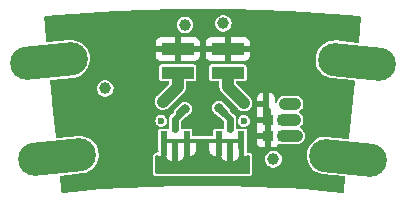
<source format=gbr>
%TF.GenerationSoftware,KiCad,Pcbnew,8.0.2-1*%
%TF.CreationDate,2024-08-19T11:26:23+02:00*%
%TF.ProjectId,PUMA_PCB_REV2,50554d41-5f50-4434-925f-524556322e6b,rev?*%
%TF.SameCoordinates,Original*%
%TF.FileFunction,Copper,L1,Top*%
%TF.FilePolarity,Positive*%
%FSLAX46Y46*%
G04 Gerber Fmt 4.6, Leading zero omitted, Abs format (unit mm)*
G04 Created by KiCad (PCBNEW 8.0.2-1) date 2024-08-19 11:26:23*
%MOMM*%
%LPD*%
G01*
G04 APERTURE LIST*
G04 Aperture macros list*
%AMHorizOval*
0 Thick line with rounded ends*
0 $1 width*
0 $2 $3 position (X,Y) of the first rounded end (center of the circle)*
0 $4 $5 position (X,Y) of the second rounded end (center of the circle)*
0 Add line between two ends*
20,1,$1,$2,$3,$4,$5,0*
0 Add two circle primitives to create the rounded ends*
1,1,$1,$2,$3*
1,1,$1,$4,$5*%
G04 Aperture macros list end*
%TA.AperFunction,ComponentPad*%
%ADD10HorizOval,2.800000X1.890802X0.186728X-1.890802X-0.186728X0*%
%TD*%
%TA.AperFunction,SMDPad,CuDef*%
%ADD11R,0.850000X0.940000*%
%TD*%
%TA.AperFunction,ComponentPad*%
%ADD12HorizOval,2.800000X1.890802X-0.186728X-1.890802X0.186728X0*%
%TD*%
%TA.AperFunction,SMDPad,CuDef*%
%ADD13R,0.540000X0.940000*%
%TD*%
%TA.AperFunction,SMDPad,CuDef*%
%ADD14R,0.600000X0.550000*%
%TD*%
%TA.AperFunction,SMDPad,CuDef*%
%ADD15R,0.580000X1.580000*%
%TD*%
%TA.AperFunction,SMDPad,CuDef*%
%ADD16R,0.500000X0.500000*%
%TD*%
%TA.AperFunction,SMDPad,CuDef*%
%ADD17R,2.750000X1.000000*%
%TD*%
%TA.AperFunction,ViaPad*%
%ADD18C,1.000000*%
%TD*%
%TA.AperFunction,ViaPad*%
%ADD19C,0.600000*%
%TD*%
%TA.AperFunction,ViaPad*%
%ADD20C,0.800000*%
%TD*%
%TA.AperFunction,Conductor*%
%ADD21C,1.000000*%
%TD*%
%TA.AperFunction,Conductor*%
%ADD22C,0.600000*%
%TD*%
G04 APERTURE END LIST*
D10*
%TO.P,H1,1*%
%TO.N,N/C*%
X86952580Y-87434452D03*
%TD*%
D11*
%TO.P,C2,2,2*%
%TO.N,HV+*%
X105511307Y-92423625D03*
%TO.P,C2,1,1*%
%TO.N,GND*%
X106811307Y-92423625D03*
%TD*%
%TO.P,C3,2,2*%
%TO.N,HV+*%
X105511307Y-93763756D03*
%TO.P,C3,1,1*%
%TO.N,GND*%
X106811307Y-93763756D03*
%TD*%
D10*
%TO.P,H2,1*%
%TO.N,N/C*%
X87710893Y-95553914D03*
%TD*%
D12*
%TO.P,H3,*%
%TO.N,*%
X113052869Y-87485539D03*
%TD*%
D13*
%TO.P,C1,2,2*%
%TO.N,HV+*%
X105361307Y-91070020D03*
%TO.P,C1,1,1*%
%TO.N,GND*%
X106961307Y-91070020D03*
%TD*%
D14*
%TO.P,J2,1,SIGNAL*%
%TO.N,Net-(J2-SIGNAL)*%
X102330810Y-93182298D03*
D15*
%TO.P,J2,2,GND_1*%
%TO.N,GND*%
X101370810Y-94157298D03*
D16*
%TO.P,J2,3,GND_2*%
X102330810Y-95157298D03*
D15*
%TO.P,J2,4,GND_3*%
X103290810Y-94157298D03*
%TD*%
D17*
%TO.P,J1,1,1*%
%TO.N,HV+*%
X97894149Y-86426877D03*
%TO.P,J1,2,2*%
X102144149Y-86426877D03*
%TO.P,J1,3,3*%
%TO.N,GND*%
X97894149Y-88426877D03*
%TO.P,J1,4,4*%
X102144149Y-88426877D03*
%TD*%
D14*
%TO.P,J3,1,SIGNAL*%
%TO.N,Net-(J3-SIGNAL)*%
X97680004Y-93182298D03*
D15*
%TO.P,J3,2,GND_1*%
%TO.N,GND*%
X96720004Y-94157298D03*
D16*
%TO.P,J3,3,GND_2*%
X97680004Y-95157298D03*
D15*
%TO.P,J3,4,GND_3*%
X98640004Y-94157298D03*
%TD*%
D12*
%TO.P,H4,*%
%TO.N,*%
X112321273Y-95623988D03*
%TD*%
D18*
%TO.N,GND*%
X96638147Y-90864525D03*
X98500000Y-84365929D03*
D19*
X103500000Y-92500000D03*
D18*
X107833548Y-91070020D03*
X106000000Y-95750000D03*
X107833548Y-92423625D03*
X103500000Y-91000000D03*
X107833548Y-93778630D03*
X100500000Y-96000000D03*
D19*
X96500000Y-92500000D03*
D18*
X99000000Y-96000000D03*
X101750000Y-84250000D03*
X91750000Y-89750000D03*
D19*
%TO.N,HV+*%
X93322070Y-84647999D03*
X106628810Y-84404476D03*
D20*
%TO.N,Net-(J2-SIGNAL)*%
X101388400Y-91400879D03*
%TO.N,Net-(J3-SIGNAL)*%
X98500000Y-91500000D03*
%TD*%
D21*
%TO.N,GND*%
X103500000Y-90975045D02*
X102119427Y-89594472D01*
X107959467Y-93775007D02*
X107948216Y-93763756D01*
X107833548Y-91070020D02*
X106961307Y-91070020D01*
X96638147Y-90864525D02*
X97885918Y-89616754D01*
X97885918Y-89616754D02*
X97894149Y-88426877D01*
X102119427Y-89594472D02*
X102144149Y-88426877D01*
X106811307Y-93763756D02*
X107818674Y-93763756D01*
X107833548Y-92423625D02*
X106811307Y-92423625D01*
X103500000Y-91000000D02*
X103500000Y-90975045D01*
D22*
%TO.N,Net-(J2-SIGNAL)*%
X101400879Y-91400879D02*
X102330810Y-92330810D01*
X102330810Y-92330810D02*
X102330810Y-93182298D01*
X101388400Y-91400879D02*
X101400879Y-91400879D01*
%TO.N,Net-(J3-SIGNAL)*%
X97680004Y-93182298D02*
X97680004Y-92319996D01*
X97680004Y-92319996D02*
X98500000Y-91500000D01*
%TD*%
%TA.AperFunction,Conductor*%
%TO.N,HV+*%
G36*
X102443698Y-83009338D02*
G01*
X102444953Y-83009361D01*
X104889903Y-83074831D01*
X104891217Y-83074877D01*
X107334639Y-83184006D01*
X107335835Y-83184069D01*
X109777037Y-83336828D01*
X109778325Y-83336920D01*
X112216427Y-83533255D01*
X112217363Y-83533338D01*
X113361013Y-83643458D01*
X113411019Y-83670047D01*
X113427578Y-83724210D01*
X113427562Y-83724375D01*
X113221088Y-85819490D01*
X113194387Y-85869438D01*
X113140187Y-85885875D01*
X113140172Y-85885874D01*
X111194012Y-85693680D01*
X111194010Y-85693680D01*
X111194009Y-85693680D01*
X111043113Y-85702539D01*
X110942515Y-85708445D01*
X110750519Y-85750517D01*
X110696432Y-85762370D01*
X110696431Y-85762370D01*
X110696428Y-85762371D01*
X110461813Y-85854127D01*
X110461809Y-85854129D01*
X110244439Y-85981454D01*
X110244435Y-85981457D01*
X110049654Y-86141226D01*
X110049653Y-86141226D01*
X109882264Y-86329496D01*
X109746389Y-86541630D01*
X109746384Y-86541638D01*
X109645366Y-86772421D01*
X109645365Y-86772424D01*
X109581696Y-87016156D01*
X109581694Y-87016167D01*
X109556936Y-87266862D01*
X109556936Y-87266868D01*
X109556936Y-87266869D01*
X109571701Y-87518361D01*
X109617283Y-87726375D01*
X109625627Y-87764449D01*
X109717383Y-87999064D01*
X109717385Y-87999068D01*
X109844710Y-88216438D01*
X109844713Y-88216442D01*
X109844714Y-88216443D01*
X110004482Y-88411224D01*
X110192753Y-88578614D01*
X110404892Y-88714492D01*
X110635676Y-88815511D01*
X110879421Y-88879184D01*
X112826265Y-89071446D01*
X112876205Y-89098157D01*
X112892633Y-89152345D01*
X112419720Y-93951048D01*
X112393019Y-94000996D01*
X112338819Y-94017433D01*
X112338804Y-94017432D01*
X110462416Y-93832129D01*
X110462414Y-93832129D01*
X110462413Y-93832129D01*
X110311517Y-93840988D01*
X110210919Y-93846894D01*
X110036277Y-93885164D01*
X109964836Y-93900819D01*
X109964835Y-93900819D01*
X109964832Y-93900820D01*
X109730217Y-93992576D01*
X109730213Y-93992578D01*
X109512843Y-94119903D01*
X109512839Y-94119906D01*
X109318058Y-94279675D01*
X109318057Y-94279675D01*
X109150668Y-94467945D01*
X109014793Y-94680079D01*
X109014788Y-94680087D01*
X108913770Y-94910870D01*
X108913769Y-94910873D01*
X108850100Y-95154605D01*
X108850098Y-95154616D01*
X108825340Y-95405311D01*
X108825340Y-95405317D01*
X108825340Y-95405318D01*
X108830725Y-95497035D01*
X108840105Y-95656811D01*
X108894031Y-95902898D01*
X108985787Y-96137513D01*
X108985789Y-96137517D01*
X109113114Y-96354887D01*
X109113117Y-96354891D01*
X109113118Y-96354892D01*
X109272886Y-96549673D01*
X109461157Y-96717063D01*
X109673296Y-96852941D01*
X109904080Y-96953960D01*
X110147825Y-97017633D01*
X112024897Y-97203004D01*
X112074838Y-97229716D01*
X112091266Y-97283904D01*
X111970221Y-98512167D01*
X111943520Y-98562114D01*
X111889486Y-98578568D01*
X110878579Y-98481230D01*
X108706791Y-98306341D01*
X108706787Y-98306340D01*
X108706753Y-98306338D01*
X107149498Y-98208890D01*
X106532116Y-98170256D01*
X104355472Y-98073035D01*
X102177440Y-98014699D01*
X99998657Y-97995266D01*
X97819875Y-98014747D01*
X95641845Y-98073130D01*
X93465143Y-98170403D01*
X91290585Y-98306528D01*
X89118751Y-98481468D01*
X88107829Y-98578830D01*
X88053666Y-98562272D01*
X88027093Y-98512442D01*
X88006762Y-98306530D01*
X87899277Y-97217952D01*
X87915705Y-97163751D01*
X87965642Y-97137041D01*
X89884341Y-96947559D01*
X90128087Y-96883886D01*
X90358870Y-96782867D01*
X90571009Y-96646989D01*
X90759281Y-96479599D01*
X90919048Y-96284818D01*
X91046378Y-96067440D01*
X91138136Y-95832821D01*
X91192061Y-95586736D01*
X91197328Y-95497035D01*
X95794500Y-95497035D01*
X95794500Y-96876000D01*
X95799197Y-96919684D01*
X95810407Y-96971215D01*
X95812888Y-96981370D01*
X95812889Y-96981372D01*
X95855899Y-97062083D01*
X95855901Y-97062087D01*
X95887320Y-97098345D01*
X95901655Y-97114889D01*
X95919246Y-97132843D01*
X95999061Y-97177489D01*
X95999060Y-97177489D01*
X96066098Y-97197174D01*
X96066099Y-97197174D01*
X96066102Y-97197175D01*
X96124000Y-97205500D01*
X96124004Y-97205500D01*
X103876001Y-97205500D01*
X103880241Y-97205043D01*
X103919684Y-97200803D01*
X103971195Y-97189597D01*
X103974234Y-97188854D01*
X103981370Y-97187111D01*
X103981371Y-97187110D01*
X103981373Y-97187110D01*
X104062085Y-97144100D01*
X104114889Y-97098345D01*
X104132843Y-97080754D01*
X104177490Y-97000937D01*
X104197175Y-96933898D01*
X104205500Y-96876000D01*
X104205500Y-95749996D01*
X105294355Y-95749996D01*
X105294355Y-95750003D01*
X105314859Y-95918871D01*
X105375181Y-96077929D01*
X105471816Y-96217928D01*
X105547313Y-96284813D01*
X105599148Y-96330734D01*
X105749775Y-96409790D01*
X105914944Y-96450500D01*
X105914948Y-96450500D01*
X106085052Y-96450500D01*
X106085056Y-96450500D01*
X106250225Y-96409790D01*
X106400852Y-96330734D01*
X106528183Y-96217929D01*
X106624818Y-96077930D01*
X106685140Y-95918872D01*
X106705645Y-95750000D01*
X106690022Y-95621338D01*
X106685140Y-95581128D01*
X106624818Y-95422070D01*
X106528183Y-95282071D01*
X106400856Y-95169269D01*
X106400853Y-95169267D01*
X106400852Y-95169266D01*
X106250225Y-95090210D01*
X106250222Y-95090209D01*
X106085058Y-95049500D01*
X106085056Y-95049500D01*
X105914944Y-95049500D01*
X105914941Y-95049500D01*
X105749777Y-95090209D01*
X105599146Y-95169267D01*
X105599143Y-95169269D01*
X105471816Y-95282071D01*
X105375181Y-95422070D01*
X105314859Y-95581128D01*
X105294355Y-95749996D01*
X104205500Y-95749996D01*
X104205500Y-95502937D01*
X104202227Y-95466404D01*
X104197299Y-95439124D01*
X104194387Y-95423004D01*
X104193798Y-95419883D01*
X104193796Y-95419878D01*
X104186046Y-95402461D01*
X104156616Y-95336322D01*
X104114719Y-95280408D01*
X104114715Y-95280403D01*
X104114708Y-95280394D01*
X104098445Y-95261252D01*
X104098443Y-95261251D01*
X104021994Y-95211062D01*
X104021984Y-95211056D01*
X103956529Y-95186678D01*
X103956525Y-95186676D01*
X103956515Y-95186673D01*
X103932468Y-95179357D01*
X103932467Y-95179356D01*
X103932464Y-95179356D01*
X103841020Y-95178464D01*
X103841008Y-95178465D01*
X103836065Y-95179543D01*
X103780324Y-95169507D01*
X103748007Y-95122995D01*
X103746310Y-95107240D01*
X103746310Y-95082947D01*
X103758783Y-95041833D01*
X103769676Y-95025531D01*
X103769676Y-95025530D01*
X103769677Y-95025529D01*
X103781310Y-94967046D01*
X103781310Y-94281584D01*
X104586307Y-94281584D01*
X104592709Y-94341131D01*
X104592710Y-94341136D01*
X104642952Y-94475843D01*
X104642953Y-94475844D01*
X104729118Y-94590944D01*
X104844218Y-94677109D01*
X104844219Y-94677110D01*
X104978926Y-94727352D01*
X104978931Y-94727353D01*
X105038478Y-94733756D01*
X105261307Y-94733756D01*
X105261307Y-94013756D01*
X104586307Y-94013756D01*
X104586307Y-94281584D01*
X103781310Y-94281584D01*
X103781310Y-93347550D01*
X103769677Y-93289067D01*
X103725362Y-93222746D01*
X103703153Y-93207906D01*
X103659042Y-93178431D01*
X103659043Y-93178431D01*
X103629799Y-93172614D01*
X103600558Y-93166798D01*
X102981062Y-93166798D01*
X102919746Y-93178994D01*
X102864197Y-93167944D01*
X102832732Y-93120852D01*
X102831310Y-93106416D01*
X102831310Y-92500000D01*
X102994353Y-92500000D01*
X103014834Y-92642454D01*
X103014834Y-92642455D01*
X103014835Y-92642457D01*
X103064658Y-92751553D01*
X103074623Y-92773373D01*
X103168868Y-92882139D01*
X103168869Y-92882140D01*
X103168872Y-92882143D01*
X103289947Y-92959953D01*
X103368160Y-92982918D01*
X103428035Y-93000499D01*
X103428037Y-93000500D01*
X103428039Y-93000500D01*
X103571963Y-93000500D01*
X103571964Y-93000499D01*
X103710053Y-92959953D01*
X103738840Y-92941453D01*
X104586307Y-92941453D01*
X104592709Y-93001000D01*
X104592710Y-93001005D01*
X104617634Y-93067830D01*
X104617635Y-93119550D01*
X104592709Y-93186381D01*
X104586307Y-93245927D01*
X104586307Y-93513756D01*
X105261307Y-93513756D01*
X105261307Y-92673625D01*
X104586307Y-92673625D01*
X104586307Y-92941453D01*
X103738840Y-92941453D01*
X103831128Y-92882143D01*
X103925377Y-92773373D01*
X103985165Y-92642457D01*
X104005647Y-92500000D01*
X103985165Y-92357543D01*
X103925377Y-92226627D01*
X103848252Y-92137619D01*
X103831131Y-92117860D01*
X103831129Y-92117859D01*
X103831128Y-92117857D01*
X103743195Y-92061346D01*
X103710054Y-92040047D01*
X103710050Y-92040046D01*
X103571964Y-91999500D01*
X103571961Y-91999500D01*
X103428039Y-91999500D01*
X103428036Y-91999500D01*
X103289949Y-92040046D01*
X103289945Y-92040047D01*
X103168875Y-92117855D01*
X103168868Y-92117860D01*
X103074623Y-92226626D01*
X103014834Y-92357545D01*
X102994353Y-92500000D01*
X102831310Y-92500000D01*
X102831310Y-92264916D01*
X102831309Y-92264915D01*
X102828411Y-92254101D01*
X102797202Y-92137624D01*
X102731310Y-92023496D01*
X102638124Y-91930310D01*
X102613610Y-91905796D01*
X104586307Y-91905796D01*
X104586307Y-92173625D01*
X105261307Y-92173625D01*
X105261307Y-92083020D01*
X105185307Y-92083020D01*
X105132981Y-92061346D01*
X105111307Y-92009020D01*
X105111307Y-91410625D01*
X105611307Y-91410625D01*
X105687307Y-91410625D01*
X105739633Y-91432299D01*
X105761307Y-91484625D01*
X105761307Y-94733756D01*
X105984136Y-94733756D01*
X106043682Y-94727353D01*
X106043687Y-94727352D01*
X106178394Y-94677110D01*
X106178395Y-94677109D01*
X106293495Y-94590944D01*
X106379660Y-94475843D01*
X106381328Y-94472791D01*
X106425428Y-94437253D01*
X106446276Y-94434256D01*
X106585849Y-94434256D01*
X106603368Y-94436854D01*
X106603414Y-94436627D01*
X106637170Y-94443341D01*
X106742314Y-94464256D01*
X107679159Y-94464256D01*
X107696868Y-94466406D01*
X107748492Y-94479130D01*
X107748496Y-94479130D01*
X107918600Y-94479130D01*
X107918604Y-94479130D01*
X107924584Y-94477655D01*
X107942293Y-94475506D01*
X108028461Y-94475506D01*
X108163795Y-94448587D01*
X108291278Y-94395781D01*
X108406010Y-94319120D01*
X108503580Y-94221550D01*
X108580241Y-94106818D01*
X108633047Y-93979335D01*
X108659966Y-93844001D01*
X108659966Y-93706013D01*
X108633047Y-93570678D01*
X108580241Y-93443196D01*
X108503580Y-93328464D01*
X108394759Y-93219642D01*
X108388597Y-93215525D01*
X108280027Y-93142981D01*
X108251615Y-93131212D01*
X108211567Y-93091163D01*
X108211567Y-93034526D01*
X108232398Y-93008851D01*
X108231049Y-93007328D01*
X108238757Y-93000499D01*
X108258607Y-92982913D01*
X108266559Y-92976779D01*
X108280090Y-92967739D01*
X108312330Y-92935497D01*
X108315569Y-92932448D01*
X108361731Y-92891554D01*
X108370064Y-92879481D01*
X108375430Y-92873043D01*
X108375354Y-92872980D01*
X108377657Y-92870173D01*
X108377659Y-92870169D01*
X108377662Y-92870167D01*
X108412780Y-92817606D01*
X108413310Y-92816827D01*
X108458366Y-92751555D01*
X108484398Y-92682910D01*
X108485197Y-92680896D01*
X108507128Y-92627953D01*
X108508006Y-92623532D01*
X108511392Y-92611731D01*
X108518688Y-92592497D01*
X108525414Y-92537090D01*
X108526296Y-92531583D01*
X108534048Y-92492618D01*
X108534048Y-92470470D01*
X108534588Y-92461549D01*
X108539193Y-92423626D01*
X108539193Y-92423621D01*
X108534588Y-92385698D01*
X108534048Y-92376778D01*
X108534048Y-92354633D01*
X108531867Y-92343668D01*
X108526294Y-92315658D01*
X108525413Y-92310146D01*
X108518688Y-92254753D01*
X108511391Y-92235515D01*
X108508004Y-92223705D01*
X108507128Y-92219297D01*
X108485201Y-92166361D01*
X108484395Y-92164331D01*
X108458366Y-92095695D01*
X108413342Y-92030467D01*
X108412714Y-92029542D01*
X108377662Y-91977083D01*
X108375355Y-91974272D01*
X108375430Y-91974209D01*
X108370069Y-91967776D01*
X108361729Y-91955693D01*
X108315579Y-91914809D01*
X108312324Y-91911745D01*
X108280092Y-91879513D01*
X108280087Y-91879509D01*
X108273929Y-91875394D01*
X108266559Y-91870469D01*
X108258606Y-91864335D01*
X108234400Y-91842891D01*
X108208240Y-91829161D01*
X108195376Y-91822409D01*
X108188654Y-91818415D01*
X108173592Y-91808351D01*
X108142126Y-91761259D01*
X108153175Y-91705710D01*
X108173587Y-91685296D01*
X108188664Y-91675221D01*
X108195366Y-91671239D01*
X108234400Y-91650754D01*
X108258607Y-91629308D01*
X108266559Y-91623174D01*
X108280090Y-91614134D01*
X108312330Y-91581892D01*
X108315569Y-91578843D01*
X108361731Y-91537949D01*
X108370064Y-91525876D01*
X108375430Y-91519438D01*
X108375354Y-91519375D01*
X108377657Y-91516568D01*
X108377659Y-91516564D01*
X108377662Y-91516562D01*
X108412780Y-91464001D01*
X108413310Y-91463222D01*
X108458366Y-91397950D01*
X108484398Y-91329305D01*
X108485197Y-91327291D01*
X108507128Y-91274348D01*
X108508006Y-91269927D01*
X108511392Y-91258126D01*
X108518688Y-91238892D01*
X108525414Y-91183485D01*
X108526296Y-91177978D01*
X108534048Y-91139013D01*
X108534048Y-91116865D01*
X108534588Y-91107944D01*
X108535380Y-91101426D01*
X108539193Y-91070020D01*
X108539068Y-91068993D01*
X108534588Y-91032093D01*
X108534048Y-91023173D01*
X108534048Y-91001028D01*
X108533844Y-91000001D01*
X108526294Y-90962053D01*
X108525413Y-90956541D01*
X108522618Y-90933519D01*
X108518688Y-90901148D01*
X108511391Y-90881910D01*
X108508004Y-90870100D01*
X108507128Y-90865692D01*
X108495516Y-90837660D01*
X108485201Y-90812756D01*
X108484395Y-90810726D01*
X108458366Y-90742090D01*
X108413342Y-90676862D01*
X108412714Y-90675937D01*
X108377662Y-90623478D01*
X108375355Y-90620667D01*
X108375430Y-90620604D01*
X108370069Y-90614171D01*
X108361729Y-90602088D01*
X108315579Y-90561204D01*
X108312324Y-90558140D01*
X108280092Y-90525908D01*
X108280087Y-90525904D01*
X108273927Y-90521788D01*
X108266559Y-90516864D01*
X108258606Y-90510730D01*
X108234400Y-90489286D01*
X108199434Y-90470934D01*
X108195376Y-90468804D01*
X108188655Y-90464810D01*
X108165360Y-90449245D01*
X108165358Y-90449244D01*
X108134063Y-90436281D01*
X108127993Y-90433438D01*
X108083773Y-90410230D01*
X108058080Y-90403897D01*
X108047475Y-90400415D01*
X108037882Y-90396442D01*
X108037871Y-90396438D01*
X107987433Y-90386406D01*
X107984161Y-90385678D01*
X107918606Y-90369520D01*
X107918604Y-90369520D01*
X107902541Y-90369520D01*
X106892314Y-90369520D01*
X106811083Y-90385678D01*
X106753414Y-90397149D01*
X106753368Y-90396921D01*
X106735849Y-90399520D01*
X106671559Y-90399520D01*
X106642317Y-90405336D01*
X106613074Y-90411153D01*
X106546756Y-90455467D01*
X106546754Y-90455469D01*
X106502439Y-90521788D01*
X106499651Y-90528521D01*
X106498579Y-90528077D01*
X106482485Y-90558184D01*
X106417194Y-90623476D01*
X106417192Y-90623478D01*
X106340530Y-90738211D01*
X106287728Y-90865687D01*
X106287725Y-90865697D01*
X106277885Y-90915170D01*
X106246419Y-90962262D01*
X106190870Y-90973311D01*
X106143778Y-90941845D01*
X106131307Y-90900733D01*
X106131307Y-90552191D01*
X106124904Y-90492644D01*
X106124903Y-90492639D01*
X106074661Y-90357932D01*
X106074660Y-90357931D01*
X105988495Y-90242831D01*
X105873395Y-90156666D01*
X105873394Y-90156665D01*
X105738687Y-90106423D01*
X105738682Y-90106422D01*
X105679136Y-90100020D01*
X105611307Y-90100020D01*
X105611307Y-91410625D01*
X105111307Y-91410625D01*
X105111307Y-91320020D01*
X104591307Y-91320020D01*
X104591307Y-91587848D01*
X104597709Y-91647394D01*
X104622647Y-91714258D01*
X104622647Y-91765977D01*
X104592709Y-91846250D01*
X104586307Y-91905796D01*
X102613610Y-91905796D01*
X102341040Y-91633226D01*
X102327567Y-91614759D01*
X102325582Y-91610902D01*
X102325579Y-91610897D01*
X102321059Y-91605211D01*
X101840244Y-91000393D01*
X101832826Y-90991581D01*
X101831961Y-90990610D01*
X101831958Y-90990608D01*
X101830077Y-90988495D01*
X101823103Y-90980965D01*
X101816682Y-90972597D01*
X101816681Y-90972596D01*
X101816679Y-90972594D01*
X101691241Y-90876343D01*
X101545161Y-90815834D01*
X101388400Y-90795197D01*
X101231639Y-90815834D01*
X101231638Y-90815834D01*
X101085558Y-90876343D01*
X100960120Y-90972594D01*
X100960115Y-90972599D01*
X100863864Y-91098037D01*
X100803355Y-91244117D01*
X100803355Y-91244118D01*
X100782718Y-91400879D01*
X100803355Y-91557639D01*
X100803355Y-91557640D01*
X100863864Y-91703720D01*
X100960115Y-91829158D01*
X100960119Y-91829162D01*
X100980939Y-91845138D01*
X100991302Y-91854800D01*
X100991849Y-91855418D01*
X101064396Y-91910558D01*
X101064397Y-91910558D01*
X101614470Y-92328642D01*
X101614474Y-92328644D01*
X101618184Y-92330611D01*
X101635854Y-92343668D01*
X101808636Y-92516450D01*
X101830310Y-92568776D01*
X101830310Y-93106416D01*
X101808636Y-93158742D01*
X101756310Y-93180416D01*
X101741874Y-93178994D01*
X101680558Y-93166798D01*
X101061062Y-93166798D01*
X101031820Y-93172614D01*
X101002577Y-93178431D01*
X100936259Y-93222745D01*
X100936257Y-93222747D01*
X100891943Y-93289065D01*
X100880310Y-93347551D01*
X100880310Y-93720500D01*
X100858636Y-93772826D01*
X100806310Y-93794500D01*
X99204504Y-93794500D01*
X99152178Y-93772826D01*
X99130504Y-93720500D01*
X99130504Y-93347551D01*
X99130504Y-93347550D01*
X99118871Y-93289067D01*
X99074556Y-93222746D01*
X99052347Y-93207906D01*
X99008236Y-93178431D01*
X99008237Y-93178431D01*
X98978993Y-93172614D01*
X98949752Y-93166798D01*
X98330256Y-93166798D01*
X98268940Y-93178994D01*
X98213391Y-93167944D01*
X98181926Y-93120852D01*
X98180504Y-93106416D01*
X98180504Y-92557961D01*
X98202178Y-92505636D01*
X98258989Y-92448824D01*
X98278156Y-92434994D01*
X98280764Y-92433687D01*
X98898572Y-91953171D01*
X98908189Y-91945211D01*
X98909258Y-91944270D01*
X98910022Y-91943593D01*
X98910022Y-91943592D01*
X98913154Y-91940817D01*
X98913166Y-91940831D01*
X98919206Y-91935245D01*
X98928282Y-91928282D01*
X99024536Y-91802841D01*
X99085044Y-91656762D01*
X99105682Y-91500000D01*
X99085044Y-91343238D01*
X99024536Y-91197159D01*
X98966684Y-91121765D01*
X98928284Y-91071720D01*
X98928279Y-91071715D01*
X98802841Y-90975464D01*
X98656761Y-90914955D01*
X98500000Y-90894318D01*
X98343239Y-90914955D01*
X98343238Y-90914955D01*
X98197158Y-90975464D01*
X98071720Y-91071715D01*
X98071717Y-91071718D01*
X98057642Y-91090060D01*
X98047374Y-91100953D01*
X98046832Y-91101422D01*
X97609387Y-91663853D01*
X97609386Y-91663852D01*
X97566317Y-91719228D01*
X97566311Y-91719237D01*
X97563622Y-91724208D01*
X97550862Y-91741322D01*
X97372690Y-91919496D01*
X97279504Y-92012681D01*
X97213614Y-92126805D01*
X97213610Y-92126814D01*
X97179504Y-92254101D01*
X97179504Y-93106416D01*
X97157830Y-93158742D01*
X97105504Y-93180416D01*
X97091068Y-93178994D01*
X97029752Y-93166798D01*
X96410256Y-93166798D01*
X96381014Y-93172614D01*
X96351771Y-93178431D01*
X96285453Y-93222745D01*
X96285451Y-93222747D01*
X96241137Y-93289065D01*
X96241137Y-93289067D01*
X96229504Y-93347550D01*
X96229504Y-94967046D01*
X96235320Y-94996287D01*
X96241137Y-95025531D01*
X96252031Y-95041833D01*
X96264504Y-95082947D01*
X96264504Y-95103025D01*
X96242830Y-95155351D01*
X96190504Y-95177025D01*
X96184473Y-95176779D01*
X96112403Y-95170885D01*
X96043254Y-95180827D01*
X96018627Y-95185922D01*
X95937913Y-95228933D01*
X95937912Y-95228933D01*
X95885115Y-95274683D01*
X95885111Y-95274687D01*
X95867156Y-95292279D01*
X95867155Y-95292281D01*
X95822510Y-95372094D01*
X95822506Y-95372104D01*
X95804805Y-95432388D01*
X95804806Y-95432389D01*
X95802827Y-95439128D01*
X95794501Y-95497019D01*
X95794500Y-95497035D01*
X91197328Y-95497035D01*
X91206827Y-95335244D01*
X91182068Y-95084540D01*
X91118395Y-94840795D01*
X91017376Y-94610011D01*
X90881499Y-94397872D01*
X90816674Y-94324961D01*
X90714108Y-94209600D01*
X90519326Y-94049832D01*
X90519322Y-94049829D01*
X90301953Y-93922504D01*
X90301949Y-93922502D01*
X90067333Y-93830746D01*
X90067331Y-93830745D01*
X90067330Y-93830745D01*
X89821245Y-93776820D01*
X89821249Y-93776820D01*
X89620052Y-93765008D01*
X89569754Y-93762055D01*
X89569753Y-93762055D01*
X89569747Y-93762055D01*
X87651116Y-93951531D01*
X87596913Y-93935104D01*
X87570202Y-93885164D01*
X87433433Y-92500000D01*
X95994353Y-92500000D01*
X96014834Y-92642454D01*
X96014834Y-92642455D01*
X96014835Y-92642457D01*
X96064658Y-92751553D01*
X96074623Y-92773373D01*
X96168868Y-92882139D01*
X96168869Y-92882140D01*
X96168872Y-92882143D01*
X96289947Y-92959953D01*
X96368160Y-92982918D01*
X96428035Y-93000499D01*
X96428037Y-93000500D01*
X96428039Y-93000500D01*
X96571963Y-93000500D01*
X96571964Y-93000499D01*
X96710053Y-92959953D01*
X96831128Y-92882143D01*
X96925377Y-92773373D01*
X96985165Y-92642457D01*
X97005647Y-92500000D01*
X96985165Y-92357543D01*
X96925377Y-92226627D01*
X96848252Y-92137619D01*
X96831131Y-92117860D01*
X96831129Y-92117859D01*
X96831128Y-92117857D01*
X96743195Y-92061346D01*
X96710054Y-92040047D01*
X96710050Y-92040046D01*
X96571964Y-91999500D01*
X96571961Y-91999500D01*
X96428039Y-91999500D01*
X96428036Y-91999500D01*
X96289949Y-92040046D01*
X96289945Y-92040047D01*
X96168875Y-92117855D01*
X96168868Y-92117860D01*
X96074623Y-92226626D01*
X96014834Y-92357545D01*
X95994353Y-92500000D01*
X87433433Y-92500000D01*
X87271948Y-90864521D01*
X95932502Y-90864521D01*
X95932502Y-90864526D01*
X95937107Y-90902449D01*
X95937647Y-90911370D01*
X95937647Y-90933518D01*
X95945399Y-90972492D01*
X95946281Y-90978008D01*
X95953005Y-91033388D01*
X95953007Y-91033398D01*
X95960301Y-91052630D01*
X95963686Y-91064428D01*
X95964564Y-91068843D01*
X95964568Y-91068857D01*
X95986483Y-91121765D01*
X95987307Y-91123842D01*
X96013328Y-91192454D01*
X96058340Y-91257664D01*
X96058968Y-91258589D01*
X96094032Y-91311067D01*
X96096340Y-91313879D01*
X96096264Y-91313941D01*
X96101626Y-91320375D01*
X96104954Y-91325196D01*
X96109964Y-91332454D01*
X96152064Y-91369751D01*
X96156106Y-91373332D01*
X96159356Y-91376391D01*
X96191604Y-91408639D01*
X96205127Y-91417675D01*
X96205135Y-91417680D01*
X96213094Y-91423819D01*
X96237295Y-91445259D01*
X96276339Y-91465751D01*
X96283035Y-91469731D01*
X96306336Y-91485300D01*
X96337642Y-91498267D01*
X96343681Y-91501095D01*
X96387922Y-91524315D01*
X96413603Y-91530644D01*
X96413607Y-91530645D01*
X96424223Y-91534130D01*
X96433813Y-91538103D01*
X96433815Y-91538103D01*
X96433819Y-91538105D01*
X96484276Y-91548141D01*
X96487492Y-91548856D01*
X96553091Y-91565025D01*
X96553095Y-91565025D01*
X96723199Y-91565025D01*
X96723203Y-91565025D01*
X96788773Y-91548863D01*
X96791960Y-91548152D01*
X96842475Y-91538105D01*
X96852076Y-91534127D01*
X96862672Y-91530648D01*
X96888372Y-91524315D01*
X96932606Y-91501098D01*
X96938645Y-91498269D01*
X96969958Y-91485300D01*
X96993266Y-91469725D01*
X96999967Y-91465744D01*
X97038999Y-91445259D01*
X97063208Y-91423810D01*
X97071158Y-91417680D01*
X97084690Y-91408639D01*
X97116937Y-91376390D01*
X97120187Y-91373332D01*
X97166330Y-91332454D01*
X97174666Y-91320375D01*
X97183236Y-91310091D01*
X98379626Y-90113702D01*
X98426930Y-90067049D01*
X98426940Y-90067033D01*
X98427971Y-90065796D01*
X98428062Y-90065696D01*
X98428415Y-90065267D01*
X98428759Y-90064850D01*
X98428931Y-90064643D01*
X98428984Y-90064572D01*
X98430021Y-90063307D01*
X98430032Y-90063297D01*
X98467045Y-90007901D01*
X98504383Y-89952851D01*
X98504384Y-89952847D01*
X98505170Y-89951402D01*
X98505215Y-89951327D01*
X98505398Y-89950985D01*
X98505707Y-89950412D01*
X98505874Y-89950103D01*
X98505917Y-89950014D01*
X98506681Y-89948581D01*
X98506693Y-89948565D01*
X98532174Y-89887046D01*
X98558068Y-89825737D01*
X98558071Y-89825720D01*
X98558559Y-89824155D01*
X98558595Y-89824055D01*
X98558706Y-89823689D01*
X98558893Y-89823081D01*
X98558994Y-89822756D01*
X98559018Y-89822660D01*
X98559492Y-89821094D01*
X98559498Y-89821082D01*
X98572492Y-89755754D01*
X98585924Y-89690591D01*
X98585924Y-89690586D01*
X98586096Y-89688954D01*
X98586110Y-89688863D01*
X98586142Y-89688540D01*
X98586193Y-89688038D01*
X98586252Y-89687474D01*
X98586258Y-89687361D01*
X98586416Y-89685753D01*
X98586418Y-89685748D01*
X98586418Y-89619396D01*
X98586420Y-89618884D01*
X98589312Y-89200865D01*
X98611347Y-89148690D01*
X98663310Y-89127377D01*
X99288895Y-89127377D01*
X99288897Y-89127377D01*
X99347380Y-89115744D01*
X99413701Y-89071429D01*
X99458016Y-89005108D01*
X99469649Y-88946625D01*
X99469649Y-87907130D01*
X100568649Y-87907130D01*
X100568649Y-88946623D01*
X100580282Y-89005109D01*
X100591450Y-89021822D01*
X100624597Y-89071429D01*
X100664598Y-89098157D01*
X100690916Y-89115743D01*
X100690917Y-89115743D01*
X100690918Y-89115744D01*
X100749401Y-89127377D01*
X101353077Y-89127377D01*
X101405403Y-89149051D01*
X101427077Y-89201377D01*
X101427060Y-89202944D01*
X101420522Y-89511649D01*
X101419120Y-89524505D01*
X101418927Y-89525475D01*
X101418927Y-89586270D01*
X101418910Y-89587837D01*
X101417623Y-89648618D01*
X101417623Y-89648621D01*
X101417794Y-89649586D01*
X101418927Y-89662486D01*
X101418927Y-89663466D01*
X101423997Y-89688954D01*
X101430787Y-89723094D01*
X101431076Y-89724632D01*
X101441670Y-89784485D01*
X101441675Y-89784502D01*
X101442030Y-89785413D01*
X101445653Y-89797828D01*
X101445844Y-89798792D01*
X101445845Y-89798793D01*
X101445846Y-89798795D01*
X101445847Y-89798800D01*
X101469129Y-89855009D01*
X101469695Y-89856419D01*
X101491769Y-89913072D01*
X101491771Y-89913076D01*
X101492300Y-89913905D01*
X101498273Y-89925368D01*
X101498652Y-89926283D01*
X101514774Y-89950412D01*
X101532442Y-89976853D01*
X101533244Y-89978082D01*
X101565982Y-90029396D01*
X101565984Y-90029398D01*
X101566665Y-90030109D01*
X101574759Y-90040187D01*
X101575308Y-90041008D01*
X101575315Y-90041017D01*
X101618315Y-90084017D01*
X101619410Y-90085136D01*
X101661463Y-90129007D01*
X101661467Y-90129011D01*
X101662260Y-90129566D01*
X101672184Y-90137886D01*
X102899293Y-91364995D01*
X102907868Y-91375285D01*
X102920204Y-91393157D01*
X102920831Y-91394080D01*
X102955881Y-91446536D01*
X102958189Y-91449347D01*
X102958112Y-91449409D01*
X102963472Y-91455840D01*
X102971817Y-91467929D01*
X103014051Y-91505345D01*
X103017967Y-91508814D01*
X103021222Y-91511878D01*
X103053458Y-91544114D01*
X103066988Y-91553155D01*
X103074943Y-91559292D01*
X103099145Y-91580733D01*
X103138168Y-91601213D01*
X103144890Y-91605208D01*
X103168185Y-91620773D01*
X103168187Y-91620774D01*
X103168189Y-91620775D01*
X103199495Y-91633742D01*
X103205534Y-91636570D01*
X103249775Y-91659790D01*
X103275456Y-91666119D01*
X103275460Y-91666120D01*
X103286076Y-91669605D01*
X103295666Y-91673578D01*
X103295668Y-91673578D01*
X103295672Y-91673580D01*
X103346169Y-91683624D01*
X103349377Y-91684339D01*
X103414935Y-91700498D01*
X103414938Y-91700498D01*
X103414944Y-91700500D01*
X103414946Y-91700500D01*
X103585054Y-91700500D01*
X103585056Y-91700500D01*
X103585058Y-91700499D01*
X103585061Y-91700499D01*
X103624429Y-91690795D01*
X103650633Y-91684335D01*
X103653828Y-91683624D01*
X103704328Y-91673580D01*
X103713929Y-91669602D01*
X103724525Y-91666123D01*
X103750225Y-91659790D01*
X103794459Y-91636573D01*
X103800498Y-91633744D01*
X103831811Y-91620775D01*
X103855108Y-91605208D01*
X103861818Y-91601219D01*
X103900852Y-91580734D01*
X103925059Y-91559288D01*
X103933011Y-91553154D01*
X103946542Y-91544114D01*
X103978782Y-91511872D01*
X103982032Y-91508814D01*
X104028183Y-91467929D01*
X104036516Y-91455856D01*
X104041882Y-91449418D01*
X104041806Y-91449355D01*
X104044109Y-91446548D01*
X104044111Y-91446544D01*
X104044114Y-91446542D01*
X104079232Y-91393981D01*
X104079762Y-91393202D01*
X104124818Y-91327930D01*
X104150850Y-91259285D01*
X104151649Y-91257271D01*
X104173580Y-91204328D01*
X104174458Y-91199907D01*
X104177844Y-91188106D01*
X104185140Y-91168872D01*
X104191866Y-91113465D01*
X104192748Y-91107958D01*
X104192751Y-91107944D01*
X104200500Y-91068993D01*
X104200500Y-91046845D01*
X104201040Y-91037924D01*
X104205645Y-91000001D01*
X104205645Y-90999996D01*
X104201040Y-90962073D01*
X104200500Y-90953153D01*
X104200500Y-90906052D01*
X104194590Y-90876342D01*
X104173581Y-90770722D01*
X104173580Y-90770721D01*
X104173580Y-90770717D01*
X104120775Y-90643234D01*
X104059942Y-90552191D01*
X104591307Y-90552191D01*
X104591307Y-90820020D01*
X105111307Y-90820020D01*
X105111307Y-90100020D01*
X105043478Y-90100020D01*
X104983931Y-90106422D01*
X104983926Y-90106423D01*
X104849219Y-90156665D01*
X104849218Y-90156666D01*
X104734118Y-90242831D01*
X104647953Y-90357931D01*
X104647952Y-90357932D01*
X104597710Y-90492639D01*
X104597709Y-90492644D01*
X104591307Y-90552191D01*
X104059942Y-90552191D01*
X104044114Y-90528502D01*
X102848422Y-89332810D01*
X102826748Y-89280484D01*
X102826765Y-89278917D01*
X102826798Y-89277398D01*
X102828440Y-89199809D01*
X102851217Y-89147955D01*
X102902423Y-89127377D01*
X103538895Y-89127377D01*
X103538897Y-89127377D01*
X103597380Y-89115744D01*
X103663701Y-89071429D01*
X103708016Y-89005108D01*
X103719649Y-88946625D01*
X103719649Y-87907129D01*
X103708016Y-87848646D01*
X103663701Y-87782325D01*
X103636944Y-87764446D01*
X103597381Y-87738010D01*
X103597382Y-87738010D01*
X103568138Y-87732193D01*
X103538897Y-87726377D01*
X103538895Y-87726377D01*
X102152349Y-87726377D01*
X102150784Y-87726360D01*
X102129025Y-87725899D01*
X102090002Y-87725073D01*
X102089999Y-87725073D01*
X102089533Y-87725155D01*
X102089032Y-87725244D01*
X102076135Y-87726377D01*
X100749401Y-87726377D01*
X100720159Y-87732193D01*
X100690916Y-87738010D01*
X100624598Y-87782324D01*
X100624596Y-87782326D01*
X100580282Y-87848644D01*
X100568649Y-87907130D01*
X99469649Y-87907130D01*
X99469649Y-87907129D01*
X99458016Y-87848646D01*
X99413701Y-87782325D01*
X99386944Y-87764446D01*
X99347381Y-87738010D01*
X99347382Y-87738010D01*
X99318138Y-87732193D01*
X99288897Y-87726377D01*
X99288895Y-87726377D01*
X97896759Y-87726377D01*
X97896248Y-87726375D01*
X97830004Y-87725917D01*
X97830003Y-87725917D01*
X97830002Y-87725917D01*
X97828333Y-87726070D01*
X97821596Y-87726377D01*
X96499401Y-87726377D01*
X96470159Y-87732193D01*
X96440916Y-87738010D01*
X96374598Y-87782324D01*
X96374596Y-87782326D01*
X96330282Y-87848644D01*
X96318649Y-87907130D01*
X96318649Y-88946623D01*
X96330282Y-89005109D01*
X96341450Y-89021822D01*
X96374597Y-89071429D01*
X96414598Y-89098157D01*
X96440916Y-89115743D01*
X96440917Y-89115743D01*
X96440918Y-89115744D01*
X96499401Y-89127377D01*
X97114273Y-89127377D01*
X97166599Y-89149051D01*
X97188273Y-89201377D01*
X97188271Y-89201889D01*
X97187632Y-89294239D01*
X97165960Y-89346053D01*
X96159360Y-90352653D01*
X96156106Y-90355716D01*
X96109963Y-90396596D01*
X96109961Y-90396598D01*
X96101621Y-90408680D01*
X96096264Y-90415111D01*
X96096339Y-90415173D01*
X96094028Y-90417988D01*
X96058957Y-90470476D01*
X96058367Y-90471344D01*
X96043666Y-90492644D01*
X96013329Y-90536594D01*
X95987307Y-90605207D01*
X95986484Y-90607282D01*
X95964566Y-90660199D01*
X95963688Y-90664615D01*
X95960302Y-90676415D01*
X95953006Y-90695653D01*
X95953006Y-90695654D01*
X95946281Y-90751040D01*
X95945399Y-90756555D01*
X95937647Y-90795530D01*
X95937647Y-90817678D01*
X95937107Y-90826598D01*
X95932502Y-90864521D01*
X87271948Y-90864521D01*
X87161902Y-89749996D01*
X91044355Y-89749996D01*
X91044355Y-89750003D01*
X91064859Y-89918871D01*
X91125181Y-90077929D01*
X91163397Y-90133293D01*
X91221817Y-90217929D01*
X91349148Y-90330734D01*
X91499775Y-90409790D01*
X91664944Y-90450500D01*
X91664948Y-90450500D01*
X91835052Y-90450500D01*
X91835056Y-90450500D01*
X92000225Y-90409790D01*
X92150852Y-90330734D01*
X92278183Y-90217929D01*
X92374818Y-90077930D01*
X92435140Y-89918872D01*
X92446653Y-89824055D01*
X92455645Y-89750003D01*
X92455645Y-89749996D01*
X92435140Y-89581128D01*
X92374818Y-89422070D01*
X92278183Y-89282071D01*
X92150856Y-89169269D01*
X92150853Y-89169267D01*
X92150852Y-89169266D01*
X92000225Y-89090210D01*
X92000222Y-89090209D01*
X91835058Y-89049500D01*
X91835056Y-89049500D01*
X91664944Y-89049500D01*
X91664941Y-89049500D01*
X91499777Y-89090209D01*
X91349146Y-89169267D01*
X91349143Y-89169269D01*
X91221816Y-89282071D01*
X91125181Y-89422070D01*
X91064859Y-89581128D01*
X91044355Y-89749996D01*
X87161902Y-89749996D01*
X87097992Y-89102734D01*
X87114420Y-89048533D01*
X87164358Y-89021823D01*
X89126028Y-88828097D01*
X89369774Y-88764424D01*
X89600557Y-88663405D01*
X89812696Y-88527527D01*
X90000968Y-88360137D01*
X90160735Y-88165356D01*
X90288065Y-87947978D01*
X90379823Y-87713359D01*
X90433748Y-87467274D01*
X90448514Y-87215782D01*
X90424706Y-86974705D01*
X96019149Y-86974705D01*
X96025551Y-87034252D01*
X96025552Y-87034257D01*
X96075794Y-87168964D01*
X96075795Y-87168965D01*
X96161960Y-87284065D01*
X96277060Y-87370230D01*
X96277061Y-87370231D01*
X96411768Y-87420473D01*
X96411773Y-87420474D01*
X96471320Y-87426877D01*
X97644149Y-87426877D01*
X98144149Y-87426877D01*
X99316978Y-87426877D01*
X99376524Y-87420474D01*
X99376529Y-87420473D01*
X99511236Y-87370231D01*
X99511237Y-87370230D01*
X99626337Y-87284065D01*
X99712502Y-87168965D01*
X99712503Y-87168964D01*
X99762745Y-87034257D01*
X99762746Y-87034252D01*
X99769149Y-86974705D01*
X100269149Y-86974705D01*
X100275551Y-87034252D01*
X100275552Y-87034257D01*
X100325794Y-87168964D01*
X100325795Y-87168965D01*
X100411960Y-87284065D01*
X100527060Y-87370230D01*
X100527061Y-87370231D01*
X100661768Y-87420473D01*
X100661773Y-87420474D01*
X100721320Y-87426877D01*
X101894149Y-87426877D01*
X102394149Y-87426877D01*
X103566978Y-87426877D01*
X103626524Y-87420474D01*
X103626529Y-87420473D01*
X103761236Y-87370231D01*
X103761237Y-87370230D01*
X103876337Y-87284065D01*
X103962502Y-87168965D01*
X103962503Y-87168964D01*
X104012745Y-87034257D01*
X104012746Y-87034252D01*
X104019149Y-86974705D01*
X104019149Y-86676877D01*
X102394149Y-86676877D01*
X102394149Y-87426877D01*
X101894149Y-87426877D01*
X101894149Y-86676877D01*
X100269149Y-86676877D01*
X100269149Y-86974705D01*
X99769149Y-86974705D01*
X99769149Y-86676877D01*
X98144149Y-86676877D01*
X98144149Y-87426877D01*
X97644149Y-87426877D01*
X97644149Y-86676877D01*
X96019149Y-86676877D01*
X96019149Y-86974705D01*
X90424706Y-86974705D01*
X90423755Y-86965078D01*
X90360082Y-86721333D01*
X90259063Y-86490549D01*
X90123186Y-86278410D01*
X90103782Y-86256586D01*
X89955795Y-86090138D01*
X89761013Y-85930370D01*
X89761009Y-85930367D01*
X89673397Y-85879048D01*
X96019149Y-85879048D01*
X96019149Y-86176877D01*
X97644149Y-86176877D01*
X98144149Y-86176877D01*
X99769149Y-86176877D01*
X99769149Y-85879048D01*
X100269149Y-85879048D01*
X100269149Y-86176877D01*
X101894149Y-86176877D01*
X102394149Y-86176877D01*
X104019149Y-86176877D01*
X104019149Y-85879048D01*
X104012746Y-85819501D01*
X104012745Y-85819496D01*
X103962503Y-85684789D01*
X103962502Y-85684788D01*
X103876337Y-85569688D01*
X103761237Y-85483523D01*
X103761236Y-85483522D01*
X103626529Y-85433280D01*
X103626524Y-85433279D01*
X103566978Y-85426877D01*
X102394149Y-85426877D01*
X102394149Y-86176877D01*
X101894149Y-86176877D01*
X101894149Y-85426877D01*
X100721320Y-85426877D01*
X100661773Y-85433279D01*
X100661768Y-85433280D01*
X100527061Y-85483522D01*
X100527060Y-85483523D01*
X100411960Y-85569688D01*
X100325795Y-85684788D01*
X100325794Y-85684789D01*
X100275552Y-85819496D01*
X100275551Y-85819501D01*
X100269149Y-85879048D01*
X99769149Y-85879048D01*
X99762746Y-85819501D01*
X99762745Y-85819496D01*
X99712503Y-85684789D01*
X99712502Y-85684788D01*
X99626337Y-85569688D01*
X99511237Y-85483523D01*
X99511236Y-85483522D01*
X99376529Y-85433280D01*
X99376524Y-85433279D01*
X99316978Y-85426877D01*
X98144149Y-85426877D01*
X98144149Y-86176877D01*
X97644149Y-86176877D01*
X97644149Y-85426877D01*
X96471320Y-85426877D01*
X96411773Y-85433279D01*
X96411768Y-85433280D01*
X96277061Y-85483522D01*
X96277060Y-85483523D01*
X96161960Y-85569688D01*
X96075795Y-85684788D01*
X96075794Y-85684789D01*
X96025552Y-85819496D01*
X96025551Y-85819501D01*
X96019149Y-85879048D01*
X89673397Y-85879048D01*
X89543640Y-85803042D01*
X89543636Y-85803040D01*
X89309020Y-85711284D01*
X89309018Y-85711283D01*
X89309017Y-85711283D01*
X89062932Y-85657358D01*
X89062936Y-85657358D01*
X88861739Y-85645546D01*
X88811441Y-85642593D01*
X88811440Y-85642593D01*
X88811434Y-85642593D01*
X86849831Y-85836313D01*
X86795628Y-85819886D01*
X86768917Y-85769946D01*
X86630286Y-84365925D01*
X97794355Y-84365925D01*
X97794355Y-84365932D01*
X97814859Y-84534800D01*
X97875181Y-84693858D01*
X97969661Y-84830734D01*
X97971817Y-84833858D01*
X98099148Y-84946663D01*
X98249775Y-85025719D01*
X98414944Y-85066429D01*
X98414948Y-85066429D01*
X98585052Y-85066429D01*
X98585056Y-85066429D01*
X98750225Y-85025719D01*
X98900852Y-84946663D01*
X99028183Y-84833858D01*
X99124818Y-84693859D01*
X99185140Y-84534801D01*
X99190266Y-84492583D01*
X99205645Y-84365932D01*
X99205645Y-84365925D01*
X99191568Y-84249996D01*
X101044355Y-84249996D01*
X101044355Y-84250003D01*
X101064859Y-84418871D01*
X101125181Y-84577929D01*
X101205203Y-84693859D01*
X101221817Y-84717929D01*
X101349148Y-84830734D01*
X101499775Y-84909790D01*
X101664944Y-84950500D01*
X101664948Y-84950500D01*
X101835052Y-84950500D01*
X101835056Y-84950500D01*
X102000225Y-84909790D01*
X102150852Y-84830734D01*
X102278183Y-84717929D01*
X102374818Y-84577930D01*
X102435140Y-84418872D01*
X102455645Y-84250000D01*
X102449216Y-84197057D01*
X102435140Y-84081128D01*
X102374818Y-83922070D01*
X102278183Y-83782071D01*
X102150856Y-83669269D01*
X102150853Y-83669267D01*
X102150852Y-83669266D01*
X102000225Y-83590210D01*
X102000222Y-83590209D01*
X101835058Y-83549500D01*
X101835056Y-83549500D01*
X101664944Y-83549500D01*
X101664941Y-83549500D01*
X101499777Y-83590209D01*
X101349146Y-83669267D01*
X101349143Y-83669269D01*
X101221816Y-83782071D01*
X101125181Y-83922070D01*
X101064859Y-84081128D01*
X101044355Y-84249996D01*
X99191568Y-84249996D01*
X99185140Y-84197057D01*
X99124818Y-84037999D01*
X99028183Y-83898000D01*
X98900856Y-83785198D01*
X98900853Y-83785196D01*
X98900852Y-83785195D01*
X98750225Y-83706139D01*
X98750222Y-83706138D01*
X98585058Y-83665429D01*
X98585056Y-83665429D01*
X98414944Y-83665429D01*
X98414941Y-83665429D01*
X98249777Y-83706138D01*
X98099146Y-83785196D01*
X98099143Y-83785198D01*
X97971816Y-83898000D01*
X97875181Y-84037999D01*
X97814859Y-84197057D01*
X97794355Y-84365925D01*
X86630286Y-84365925D01*
X86566994Y-83724919D01*
X86583422Y-83670719D01*
X86633363Y-83644008D01*
X87777080Y-83533836D01*
X87778192Y-83533737D01*
X90216272Y-83337307D01*
X90217538Y-83337216D01*
X92658586Y-83184370D01*
X92659876Y-83184300D01*
X95103405Y-83075069D01*
X95104511Y-83075029D01*
X97549560Y-83009459D01*
X97550823Y-83009436D01*
X99996698Y-82987544D01*
X99997818Y-82987544D01*
X102443698Y-83009338D01*
G37*
%TD.AperFunction*%
%TD*%
%TA.AperFunction,Conductor*%
%TO.N,GND*%
G36*
X103540810Y-94031298D02*
G01*
X103540810Y-95447298D01*
X103628638Y-95447298D01*
X103628654Y-95447297D01*
X103688182Y-95440896D01*
X103688189Y-95440894D01*
X103831209Y-95387552D01*
X103832374Y-95390676D01*
X103884789Y-95379249D01*
X103950265Y-95403636D01*
X103992162Y-95459550D01*
X104000000Y-95502937D01*
X104000000Y-96876000D01*
X103980315Y-96943039D01*
X103927511Y-96988794D01*
X103876000Y-97000000D01*
X96124000Y-97000000D01*
X96056961Y-96980315D01*
X96011206Y-96927511D01*
X96000000Y-96876000D01*
X96000000Y-95497032D01*
X96001978Y-95490297D01*
X96933784Y-95490297D01*
X96936405Y-95514667D01*
X96936406Y-95514675D01*
X96986649Y-95649384D01*
X96986653Y-95649391D01*
X97072813Y-95764485D01*
X97072816Y-95764488D01*
X97187910Y-95850648D01*
X97187917Y-95850652D01*
X97322624Y-95900894D01*
X97322631Y-95900896D01*
X97382159Y-95907297D01*
X97382176Y-95907298D01*
X97430004Y-95907298D01*
X97930004Y-95907298D01*
X97977832Y-95907298D01*
X97977848Y-95907297D01*
X98037376Y-95900896D01*
X98037383Y-95900894D01*
X98172090Y-95850652D01*
X98172097Y-95850648D01*
X98287191Y-95764488D01*
X98287194Y-95764485D01*
X98373354Y-95649391D01*
X98373358Y-95649384D01*
X98423601Y-95514675D01*
X98423602Y-95514667D01*
X98426223Y-95490297D01*
X101584590Y-95490297D01*
X101587211Y-95514667D01*
X101587212Y-95514675D01*
X101637455Y-95649384D01*
X101637459Y-95649391D01*
X101723619Y-95764485D01*
X101723622Y-95764488D01*
X101838716Y-95850648D01*
X101838723Y-95850652D01*
X101973430Y-95900894D01*
X101973437Y-95900896D01*
X102032965Y-95907297D01*
X102032982Y-95907298D01*
X102080810Y-95907298D01*
X102580810Y-95907298D01*
X102628638Y-95907298D01*
X102628654Y-95907297D01*
X102688182Y-95900896D01*
X102688189Y-95900894D01*
X102822896Y-95850652D01*
X102822903Y-95850648D01*
X102937997Y-95764488D01*
X102938000Y-95764485D01*
X103024160Y-95649391D01*
X103024164Y-95649384D01*
X103074407Y-95514675D01*
X103074408Y-95514667D01*
X103077029Y-95490297D01*
X103072560Y-95485322D01*
X103042406Y-95422294D01*
X103040810Y-95402461D01*
X103040810Y-94407298D01*
X102580810Y-94407298D01*
X102580810Y-95907298D01*
X102080810Y-95907298D01*
X102080810Y-94407298D01*
X101620810Y-94407298D01*
X101620810Y-95402461D01*
X101601125Y-95469500D01*
X101589060Y-95485322D01*
X101584590Y-95490297D01*
X98426223Y-95490297D01*
X98421754Y-95485322D01*
X98403562Y-95447298D01*
X98890004Y-95447298D01*
X98977832Y-95447298D01*
X98977848Y-95447297D01*
X99037376Y-95440896D01*
X99037383Y-95440894D01*
X99172090Y-95390652D01*
X99172097Y-95390648D01*
X99287191Y-95304488D01*
X99287194Y-95304485D01*
X99373354Y-95189391D01*
X99373358Y-95189384D01*
X99423600Y-95054677D01*
X99423602Y-95054670D01*
X99430003Y-94995142D01*
X100580810Y-94995142D01*
X100587211Y-95054670D01*
X100587213Y-95054677D01*
X100637455Y-95189384D01*
X100637459Y-95189391D01*
X100723619Y-95304485D01*
X100723622Y-95304488D01*
X100838716Y-95390648D01*
X100838723Y-95390652D01*
X100973430Y-95440894D01*
X100973437Y-95440896D01*
X101032965Y-95447297D01*
X101032982Y-95447298D01*
X101120810Y-95447298D01*
X101120810Y-94407298D01*
X100580810Y-94407298D01*
X100580810Y-94995142D01*
X99430003Y-94995142D01*
X99430004Y-94995125D01*
X99430004Y-94407298D01*
X98890004Y-94407298D01*
X98890004Y-95447298D01*
X98403562Y-95447298D01*
X98391600Y-95422294D01*
X98390004Y-95402461D01*
X98390004Y-94407298D01*
X97930004Y-94407298D01*
X97930004Y-95907298D01*
X97430004Y-95907298D01*
X97430004Y-94407298D01*
X96970004Y-94407298D01*
X96970004Y-95402461D01*
X96950319Y-95469500D01*
X96938254Y-95485322D01*
X96933784Y-95490297D01*
X96001978Y-95490297D01*
X96019685Y-95429993D01*
X96072489Y-95384238D01*
X96141647Y-95374294D01*
X96183434Y-95388203D01*
X96187922Y-95390654D01*
X96322624Y-95440894D01*
X96322631Y-95440896D01*
X96382159Y-95447297D01*
X96382176Y-95447298D01*
X96470004Y-95447298D01*
X96470004Y-94031298D01*
X96479194Y-94000000D01*
X103534001Y-94000000D01*
X103540810Y-94031298D01*
G37*
%TD.AperFunction*%
%TD*%
%TA.AperFunction,Conductor*%
%TO.N,Net-(J2-SIGNAL)*%
G36*
X101678517Y-91127303D02*
G01*
X101679382Y-91128274D01*
X102164718Y-91738779D01*
X102167183Y-91747388D01*
X102163832Y-91754333D01*
X101754172Y-92163993D01*
X101745899Y-92167420D01*
X101738820Y-92165035D01*
X101188747Y-91746951D01*
X101116200Y-91691811D01*
X101111687Y-91684076D01*
X101113965Y-91675416D01*
X101114973Y-91674258D01*
X101387693Y-91400172D01*
X101661972Y-91127260D01*
X101670252Y-91123855D01*
X101678517Y-91127303D01*
G37*
%TD.AperFunction*%
%TD*%
%TA.AperFunction,Conductor*%
%TO.N,Net-(J3-SIGNAL)*%
G36*
X98225458Y-91225540D02*
G01*
X98226527Y-91226481D01*
X98500707Y-91499293D01*
X98500749Y-91499335D01*
X98773518Y-91773472D01*
X98776924Y-91781753D01*
X98773476Y-91790018D01*
X98772407Y-91790959D01*
X98154599Y-92271475D01*
X98145965Y-92273850D01*
X98139143Y-92270513D01*
X97729486Y-91860856D01*
X97726059Y-91852583D01*
X97728524Y-91845400D01*
X97771599Y-91790018D01*
X98209041Y-91227591D01*
X98216824Y-91223165D01*
X98225458Y-91225540D01*
G37*
%TD.AperFunction*%
%TD*%
M02*

</source>
